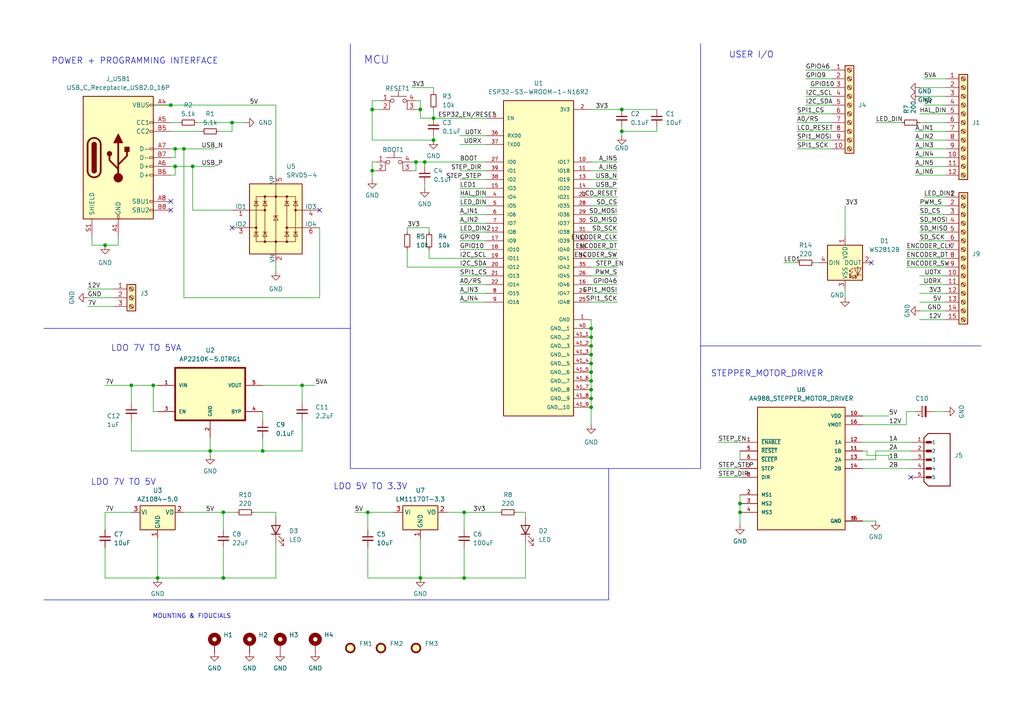
<source format=kicad_sch>
(kicad_sch (version 20231120) (generator "eeschema") (generator_version "8.0")
  (paper "A4")
  (title_block (title "LiquorBot") (company "IR"))
  (lib_symbols
    (symbol "A4988_STEPPER_MOTOR_DRIVER_CARRIER:A4988_STEPPER_MOTOR_DRIVER_CARRIER" (pin_names (offset 1.016))
      (property "Reference" "U" (at -12.7 19.05 0))
      (property "Value" "A4988_STEPPER_MOTOR_DRIVER_CARRIER" (at -12.7 -21.59 0))
      (symbol "A4988_STEPPER_MOTOR_DRIVER_CARRIER_0_0"
        (pin input line (at -17.78 7.62 0) (length 5.08) (name "~{ENABLE}") (number "1"))
        (pin power_in line (at 17.78 15.24 180) (length 5.08) (name "VDD") (number "10"))
        (pin output line (at 17.78 5.08 180) (length 5.08) (name "1B") (number "11"))
        (pin output line (at 17.78 7.62 180) (length 5.08) (name "1A") (number "12"))
        (pin output line (at 17.78 2.54 180) (length 5.08) (name "2A") (number "13"))
        (pin output line (at 17.78 0 180) (length 5.08) (name "2B") (number "14"))
        (pin power_in line (at 17.78 -15.24 180) (length 5.08) (name "GND") (number "15"))
        (pin power_in line (at 17.78 12.7 180) (length 5.08) (name "VMOT") (number "16"))
        (pin input line (at -17.78 -7.62 0) (length 5.08) (name "MS1") (number "2"))
        (pin input line (at -17.78 -10.16 0) (length 5.08) (name "MS2") (number "3"))
        (pin input line (at -17.78 -12.7 0) (length 5.08) (name "MS3") (number "4"))
        (pin input line (at -17.78 5.08 0) (length 5.08) (name "~{RESET}") (number "5"))
        (pin input line (at -17.78 2.54 0) (length 5.08) (name "~{SLEEP}") (number "6"))
        (pin input line (at -17.78 0 0) (length 5.08) (name "STEP") (number "7"))
        (pin input line (at -17.78 -2.54 0) (length 5.08) (name "DIR") (number "8"))
        (pin power_in line (at 17.78 -15.24 180) (length 5.08) (name "GND") (number "9"))
      )
    )
    (symbol "AP2210K-5.0TRG1:AP2210K-5.0TRG1" (pin_names (offset 1.016))
      (property "Reference" "U" (at -10.16 11.43 0))
      (property "Value" "AP2210K-5.0TRG1" (at -10.16 8.89 0))
      (symbol "AP2210K-5.0TRG1_0_0"
        (pin bidirectional line (at -15.24 2.54 0) (length 5.08) (name "VIN") (number "1"))
        (pin bidirectional line (at 0 -12.7 90) (length 5.08) (name "GND") (number "2"))
        (pin bidirectional line (at -15.24 -5.08 0) (length 5.08) (name "EN") (number "3"))
        (pin bidirectional line (at 15.24 -5.08 180) (length 5.08) (name "BYP") (number "4"))
        (pin bidirectional line (at 15.24 2.54 180) (length 5.08) (name "VOUT") (number "5"))
      )
    )
    (symbol "B5B-XH-A:B5B-XH-A" (pin_names (offset 1.016))
      (property "Reference" "J" (at -2.54 8.89 0))
      (property "Value" "B5B-XH-A" (at -2.54 -10.16 0))
      (symbol "B5B-XH-A_0_0"
        (pin passive line (at -7.62 5.08 0) (length 5.08) (name "1") (number "1"))
        (pin passive line (at -7.62 2.54 0) (length 5.08) (name "2") (number "2"))
        (pin passive line (at -7.62 0 0) (length 5.08) (name "3") (number "3"))
        (pin passive line (at -7.62 -2.54 0) (length 5.08) (name "4") (number "4"))
        (pin passive line (at -7.62 -5.08 0) (length 5.08) (name "5") (number "5"))
      )
    )
    (symbol "Connector:Screw_Terminal_01x03" (pin_names (offset 1.016) hide)
      (property "Reference" "J" (at 0 5.08 0))
      (property "Value" "Screw_Terminal_01x03" (at 0 -5.08 0))
      (symbol "Screw_Terminal_01x03_1_1"
        (pin passive line (at -5.08 2.54 0) (length 3.81) (name "Pin_1") (number "1"))
        (pin passive line (at -5.08 0 0) (length 3.81) (name "Pin_2") (number "2"))
        (pin passive line (at -5.08 -2.54 0) (length 3.81) (name "Pin_3") (number "3"))
      )
    )
    (symbol "Connector:Screw_Terminal_01x10" (pin_names (offset 1.016) hide)
      (property "Reference" "J" (at 0 12.7 0))
      (property "Value" "Screw_Terminal_01x10" (at 0 -15.24 0))
      (symbol "Screw_Terminal_01x10_1_1"
        (pin passive line (at -5.08 10.16 0) (length 3.81) (name "Pin_1") (number "1"))
        (pin passive line (at -5.08 -12.7 0) (length 3.81) (name "Pin_10") (number "10"))
        (pin passive line (at -5.08 7.62 0) (length 3.81) (name "Pin_2") (number "2"))
        (pin passive line (at -5.08 5.08 0) (length 3.81) (name "Pin_3") (number "3"))
        (pin passive line (at -5.08 2.54 0) (length 3.81) (name "Pin_4") (number "4"))
        (pin passive line (at -5.08 0 0) (length 3.81) (name "Pin_5") (number "5"))
        (pin passive line (at -5.08 -2.54 0) (length 3.81) (name "Pin_6") (number "6"))
        (pin passive line (at -5.08 -5.08 0) (length 3.81) (name "Pin_7") (number "7"))
        (pin passive line (at -5.08 -7.62 0) (length 3.81) (name "Pin_8") (number "8"))
        (pin passive line (at -5.08 -10.16 0) (length 3.81) (name "Pin_9") (number "9"))
      )
    )
    (symbol "Connector:Screw_Terminal_01x12" (pin_names (offset 1.016) hide)
      (property "Reference" "J" (at 0 15.24 0))
      (property "Value" "Screw_Terminal_01x12" (at 0 -17.78 0))
      (symbol "Screw_Terminal_01x12_1_1"
        (pin passive line (at -5.08 12.7 0) (length 3.81) (name "Pin_1") (number "1"))
        (pin passive line (at -5.08 -10.16 0) (length 3.81) (name "Pin_10") (number "10"))
        (pin passive line (at -5.08 -12.7 0) (length 3.81) (name "Pin_11") (number "11"))
        (pin passive line (at -5.08 -15.24 0) (length 3.81) (name "Pin_12") (number "12"))
        (pin passive line (at -5.08 10.16 0) (length 3.81) (name "Pin_2") (number "2"))
        (pin passive line (at -5.08 7.62 0) (length 3.81) (name "Pin_3") (number "3"))
        (pin passive line (at -5.08 5.08 0) (length 3.81) (name "Pin_4") (number "4"))
        (pin passive line (at -5.08 2.54 0) (length 3.81) (name "Pin_5") (number "5"))
        (pin passive line (at -5.08 0 0) (length 3.81) (name "Pin_6") (number "6"))
        (pin passive line (at -5.08 -2.54 0) (length 3.81) (name "Pin_7") (number "7"))
        (pin passive line (at -5.08 -5.08 0) (length 3.81) (name "Pin_8") (number "8"))
        (pin passive line (at -5.08 -7.62 0) (length 3.81) (name "Pin_9") (number "9"))
      )
    )
    (symbol "Connector:Screw_Terminal_01x15" (pin_names (offset 1.016) hide)
      (property "Reference" "J" (at 0 20.32 0))
      (property "Value" "Screw_Terminal_01x15" (at 0 -20.32 0))
      (symbol "Screw_Terminal_01x15_1_1"
        (pin passive line (at -5.08 17.78 0) (length 3.81) (name "Pin_1") (number "1"))
        (pin passive line (at -5.08 -5.08 0) (length 3.81) (name "Pin_10") (number "10"))
        (pin passive line (at -5.08 -7.62 0) (length 3.81) (name "Pin_11") (number "11"))
        (pin passive line (at -5.08 -10.16 0) (length 3.81) (name "Pin_12") (number "12"))
        (pin passive line (at -5.08 -12.7 0) (length 3.81) (name "Pin_13") (number "13"))
        (pin passive line (at -5.08 -15.24 0) (length 3.81) (name "Pin_14") (number "14"))
        (pin passive line (at -5.08 -17.78 0) (length 3.81) (name "Pin_15") (number "15"))
        (pin passive line (at -5.08 15.24 0) (length 3.81) (name "Pin_2") (number "2"))
        (pin passive line (at -5.08 12.7 0) (length 3.81) (name "Pin_3") (number "3"))
        (pin passive line (at -5.08 10.16 0) (length 3.81) (name "Pin_4") (number "4"))
        (pin passive line (at -5.08 7.62 0) (length 3.81) (name "Pin_5") (number "5"))
        (pin passive line (at -5.08 5.08 0) (length 3.81) (name "Pin_6") (number "6"))
        (pin passive line (at -5.08 2.54 0) (length 3.81) (name "Pin_7") (number "7"))
        (pin passive line (at -5.08 0 0) (length 3.81) (name "Pin_8") (number "8"))
        (pin passive line (at -5.08 -2.54 0) (length 3.81) (name "Pin_9") (number "9"))
      )
    )
    (symbol "Connector:USB_C_Receptacle_USB2.0_16P" (pin_names (offset 1.016))
      (property "Reference" "J" (at 0 22.225 0))
      (property "Value" "USB_C_Receptacle_USB2.0_16P" (at 0 19.685 0))
      (symbol "USB_C_Receptacle_USB2.0_16P_1_1"
        (pin passive line (at 0 -22.86 90) (length 5.08) (name "GND") (number "A1"))
        (pin passive line (at 0 -22.86 90) (length 5.08) hide (name "GND") (number "A12"))
        (pin passive line (at 15.24 15.24 180) (length 5.08) (name "VBUS") (number "A4"))
        (pin bidirectional line (at 15.24 10.16 180) (length 5.08) (name "CC1") (number "A5"))
        (pin bidirectional line (at 15.24 -2.54 180) (length 5.08) (name "D+") (number "A6"))
        (pin bidirectional line (at 15.24 2.54 180) (length 5.08) (name "D-") (number "A7"))
        (pin bidirectional line (at 15.24 -12.7 180) (length 5.08) (name "SBU1") (number "A8"))
        (pin passive line (at 15.24 15.24 180) (length 5.08) hide (name "VBUS") (number "A9"))
        (pin passive line (at 0 -22.86 90) (length 5.08) hide (name "GND") (number "B1"))
        (pin passive line (at 0 -22.86 90) (length 5.08) hide (name "GND") (number "B12"))
        (pin passive line (at 15.24 15.24 180) (length 5.08) hide (name "VBUS") (number "B4"))
        (pin bidirectional line (at 15.24 7.62 180) (length 5.08) (name "CC2") (number "B5"))
        (pin bidirectional line (at 15.24 -5.08 180) (length 5.08) (name "D+") (number "B6"))
        (pin bidirectional line (at 15.24 0 180) (length 5.08) (name "D-") (number "B7"))
        (pin bidirectional line (at 15.24 -15.24 180) (length 5.08) (name "SBU2") (number "B8"))
        (pin passive line (at 15.24 15.24 180) (length 5.08) hide (name "VBUS") (number "B9"))
        (pin passive line (at -7.62 -22.86 90) (length 5.08) (name "SHIELD") (number "S1"))
      )
    )
    (symbol "Device:C_Polarized_Small" (pin_numbers hide) (pin_names (offset 0.254) hide)
      (property "Reference" "C" (at 0.254 1.778 0))
      (property "Value" "C_Polarized_Small" (at 0.254 -2.032 0))
      (symbol "C_Polarized_Small_1_1"
        (pin passive line (at 0 2.54 270) (length 1.8542) (name "~") (number "1"))
        (pin passive line (at 0 -2.54 90) (length 1.8542) (name "~") (number "2"))
      )
    )
    (symbol "Device:C_Small" (pin_numbers hide) (pin_names (offset 0.254) hide)
      (property "Reference" "C" (at 0.254 1.778 0))
      (property "Value" "C_Small" (at 0.254 -2.032 0))
      (symbol "C_Small_1_1"
        (pin passive line (at 0 2.54 270) (length 2.032) (name "~") (number "1"))
        (pin passive line (at 0 -2.54 90) (length 2.032) (name "~") (number "2"))
      )
    )
    (symbol "Device:LED" (pin_numbers hide) (pin_names (offset 1.016) hide)
      (property "Reference" "D" (at 0 2.54 0))
      (property "Value" "LED" (at 0 -2.54 0))
      (symbol "LED_1_1"
        (pin passive line (at -3.81 0 0) (length 2.54) (name "K") (number "1"))
        (pin passive line (at 3.81 0 180) (length 2.54) (name "A") (number "2"))
      )
    )
    (symbol "Device:R_Small" (pin_numbers hide) (pin_names (offset 0.254) hide)
      (property "Reference" "R" (at 0.762 0.508 0))
      (property "Value" "R_Small" (at 0.762 -1.016 0))
      (symbol "R_Small_1_1"
        (pin passive line (at 0 2.54 270) (length 0.762) (name "~") (number "1"))
        (pin passive line (at 0 -2.54 90) (length 0.762) (name "~") (number "2"))
      )
    )
    (symbol "ESP32-S3-WROOM-1-N16R2:ESP32-S3-WROOM-1-N16R2" (pin_names (offset 1.016))
      (property "Reference" "U" (at -10.16 34.1122 0))
      (property "Value" "ESP32-S3-WROOM-1-N16R2" (at -10.16 -60.96 0))
      (symbol "ESP32-S3-WROOM-1-N16R2_0_0"
        (pin power_in line (at 15.24 -30.48 180) (length 5.08) (name "GND") (number "1"))
        (pin bidirectional line (at 15.24 15.24 180) (length 5.08) (name "IO17") (number "10"))
        (pin bidirectional line (at 15.24 12.7 180) (length 5.08) (name "IO18") (number "11"))
        (pin bidirectional line (at -15.24 -5.08 0) (length 5.08) (name "IO8") (number "12"))
        (pin bidirectional line (at 15.24 10.16 180) (length 5.08) (name "IO19") (number "13"))
        (pin bidirectional line (at 15.24 7.62 180) (length 5.08) (name "IO20") (number "14"))
        (pin bidirectional line (at -15.24 7.62 0) (length 5.08) (name "IO3") (number "15"))
        (pin bidirectional line (at 15.24 -20.32 180) (length 5.08) (name "IO46") (number "16"))
        (pin bidirectional line (at -15.24 -7.62 0) (length 5.08) (name "IO9") (number "17"))
        (pin bidirectional line (at -15.24 -10.16 0) (length 5.08) (name "IO10") (number "18"))
        (pin bidirectional line (at -15.24 -12.7 0) (length 5.08) (name "IO11") (number "19"))
        (pin power_in line (at 15.24 30.48 180) (length 5.08) (name "3V3") (number "2"))
        (pin bidirectional line (at -15.24 -15.24 0) (length 5.08) (name "IO12") (number "20"))
        (pin bidirectional line (at -15.24 -17.78 0) (length 5.08) (name "IO13") (number "21"))
        (pin bidirectional line (at -15.24 -20.32 0) (length 5.08) (name "IO14") (number "22"))
        (pin bidirectional line (at 15.24 5.08 180) (length 5.08) (name "IO21") (number "23"))
        (pin bidirectional line (at 15.24 -22.86 180) (length 5.08) (name "IO47") (number "24"))
        (pin bidirectional line (at 15.24 -25.4 180) (length 5.08) (name "IO48") (number "25"))
        (pin bidirectional line (at 15.24 -17.78 180) (length 5.08) (name "IO45") (number "26"))
        (pin bidirectional line (at -15.24 15.24 0) (length 5.08) (name "IO0") (number "27"))
        (pin bidirectional line (at 15.24 2.54 180) (length 5.08) (name "IO35") (number "28"))
        (pin bidirectional line (at 15.24 0 180) (length 5.08) (name "IO36") (number "29"))
        (pin input line (at -15.24 27.94 0) (length 5.08) (name "EN") (number "3"))
        (pin bidirectional line (at 15.24 -2.54 180) (length 5.08) (name "IO37") (number "30"))
        (pin bidirectional line (at 15.24 -5.08 180) (length 5.08) (name "IO38") (number "31"))
        (pin bidirectional line (at 15.24 -7.62 180) (length 5.08) (name "IO39") (number "32"))
        (pin bidirectional line (at 15.24 -10.16 180) (length 5.08) (name "IO40") (number "33"))
        (pin bidirectional line (at 15.24 -12.7 180) (length 5.08) (name "IO41") (number "34"))
        (pin bidirectional line (at 15.24 -15.24 180) (length 5.08) (name "IO42") (number "35"))
        (pin bidirectional line (at -15.24 22.86 0) (length 5.08) (name "RXD0") (number "36"))
        (pin bidirectional line (at -15.24 20.32 0) (length 5.08) (name "TXD0") (number "37"))
        (pin bidirectional line (at -15.24 10.16 0) (length 5.08) (name "IO2") (number "38"))
        (pin bidirectional line (at -15.24 12.7 0) (length 5.08) (name "IO1") (number "39"))
        (pin bidirectional line (at -15.24 5.08 0) (length 5.08) (name "IO4") (number "4"))
        (pin power_in line (at 15.24 -33.02 180) (length 5.08) (name "GND__1") (number "40"))
        (pin power_in line (at 15.24 -35.56 180) (length 5.08) (name "GND__2") (number "41_1"))
        (pin power_in line (at 15.24 -38.1 180) (length 5.08) (name "GND__3") (number "41_2"))
        (pin power_in line (at 15.24 -40.64 180) (length 5.08) (name "GND__4") (number "41_3"))
        (pin power_in line (at 15.24 -43.18 180) (length 5.08) (name "GND__5") (number "41_4"))
        (pin power_in line (at 15.24 -45.72 180) (length 5.08) (name "GND__6") (number "41_5"))
        (pin power_in line (at 15.24 -48.26 180) (length 5.08) (name "GND__7") (number "41_6"))
        (pin power_in line (at 15.24 -50.8 180) (length 5.08) (name "GND__8") (number "41_7"))
        (pin power_in line (at 15.24 -53.34 180) (length 5.08) (name "GND__9") (number "41_8"))
        (pin power_in line (at 15.24 -55.88 180) (length 5.08) (name "GND__10") (number "41_9"))
        (pin bidirectional line (at -15.24 2.54 0) (length 5.08) (name "IO5") (number "5"))
        (pin bidirectional line (at -15.24 0 0) (length 5.08) (name "IO6") (number "6"))
        (pin bidirectional line (at -15.24 -2.54 0) (length 5.08) (name "IO7") (number "7"))
        (pin bidirectional line (at -15.24 -22.86 0) (length 5.08) (name "IO15") (number "8"))
        (pin bidirectional line (at -15.24 -25.4 0) (length 5.08) (name "IO16") (number "9"))
      )
    )
    (symbol "LED:WS2812B" (pin_names (offset 0.254))
      (property "Reference" "D" (at 5.08 5.715 0))
      (property "Value" "WS2812B" (at 1.27 -5.715 0))
      (symbol "WS2812B_0_0"
        (text "RGB" (at 2.286 -4.191 0) (effects (font (size 0.762 0.762))))
      )
      (symbol "WS2812B_1_1"
        (pin power_in line (at 0 7.62 270) (length 2.54) (name "VDD") (number "1"))
        (pin output line (at 7.62 0 180) (length 2.54) (name "DOUT") (number "2"))
        (pin power_in line (at 0 -7.62 90) (length 2.54) (name "VSS") (number "3"))
        (pin input line (at -7.62 0 0) (length 2.54) (name "DIN") (number "4"))
      )
    )
    (symbol "Mechanical:Fiducial" (exclude_from_sim yes) (in_bom no)
      (property "Reference" "FID" (at 0 5.08 0))
      (property "Value" "Fiducial" (at 0 3.175 0))
    )
    (symbol "Mechanical:MountingHole_Pad" (pin_numbers hide) (pin_names (offset 1.016) hide) (exclude_from_sim yes) (in_bom no)
      (property "Reference" "H" (at 0 6.35 0))
      (property "Value" "MountingHole_Pad" (at 0 4.445 0))
      (symbol "MountingHole_Pad_1_1"
        (pin input line (at 0 -2.54 90) (length 2.54) (name "1") (number "1"))
      )
    )
    (symbol "Power_Protection:SRV05-4" (pin_names (offset 0))
      (property "Reference" "U" (at -5.08 11.43 0))
      (property "Value" "SRV05-4" (at 2.54 11.43 0))
      (symbol "SRV05-4_1_1"
        (pin passive line (at -12.7 2.54 0) (length 5.08) (name "IO1") (number "1"))
        (pin passive line (at 0 -12.7 90) (length 2.54) (name "VN") (number "2"))
        (pin passive line (at -12.7 -2.54 0) (length 5.08) (name "IO2") (number "3"))
        (pin passive line (at 12.7 2.54 180) (length 5.08) (name "IO3") (number "4"))
        (pin passive line (at 0 12.7 270) (length 2.54) (name "VP") (number "5"))
        (pin passive line (at 12.7 -2.54 180) (length 5.08) (name "IO4") (number "6"))
      )
    )
    (symbol "Regulator_Linear:AZ1084-5.0" (pin_names (offset 0.254))
      (property "Reference" "U" (at -3.81 3.175 0))
      (property "Value" "AZ1084-5.0" (at 0 3.175 0))
      (symbol "AZ1084-5.0_1_1"
        (pin power_in line (at 0 -7.62 90) (length 2.54) (name "GND") (number "1"))
        (pin power_out line (at 7.62 0 180) (length 2.54) (name "VO") (number "2"))
        (pin power_in line (at -7.62 0 0) (length 2.54) (name "VI") (number "3"))
      )
    )
    (symbol "Regulator_Linear:LM1117DT-3.3"
      (property "Reference" "U" (at -3.81 3.175 0))
      (property "Value" "LM1117DT-3.3" (at 0 3.175 0))
      (symbol "LM1117DT-3.3_1_1"
        (pin power_in line (at 0 -7.62 90) (length 2.54) (name "GND") (number "1"))
        (pin power_out line (at 7.62 0 180) (length 2.54) (name "VO") (number "2"))
        (pin power_in line (at -7.62 0 0) (length 2.54) (name "VI") (number "3"))
      )
    )
    (symbol "Switch:SW_MEC_5E" (pin_names (offset 1.016) hide)
      (property "Reference" "SW" (at 0.635 5.715 0))
      (property "Value" "SW_MEC_5E" (at 0 -3.175 0))
      (symbol "SW_MEC_5E_0_1"
        (pin passive line (at -5.08 2.54 0) (length 2.54) (name "1") (number "1"))
        (pin passive line (at -5.08 0 0) (length 2.54) (name "2") (number "2"))
        (pin passive line (at 5.08 0 180) (length 2.54) (name "K") (number "3"))
        (pin passive line (at 5.08 2.54 180) (length 2.54) (name "A") (number "4"))
      )
    )
    (symbol "power:GND" (power) (pin_numbers hide) (pin_names (offset 0) hide)
      (property "Value" "GND" (at 0 -3.81 0))
      (symbol "GND_1_1"
        (pin power_in line (at 0 0 270) (length 0) (name "~") (number "1"))
      )
    )
  )
  (junction (at 134.62 148.59))
  (junction (at 38.1 111.76))
  (junction (at 125.73 40.64))
  (junction (at 171.45 97.79))
  (junction (at 55.88 48.26))
  (junction (at 44.45 111.76))
  (junction (at 107.95 31.75))
  (junction (at 120.65 46.99))
  (junction (at 171.45 95.25))
  (junction (at 171.45 110.49))
  (junction (at 106.68 148.59))
  (junction (at 171.45 105.41))
  (junction (at 121.92 31.75))
  (junction (at 125.73 34.29))
  (junction (at 107.95 49.53))
  (junction (at 171.45 115.57))
  (junction (at 171.45 107.95))
  (junction (at 60.96 130.81))
  (junction (at 30.48 71.12))
  (junction (at 64.77 148.59))
  (junction (at 171.45 113.03))
  (junction (at 49.53 30.48))
  (junction (at 67.31 35.56))
  (junction (at 214.63 148.59))
  (junction (at 50.8 43.18))
  (junction (at 180.34 38.1))
  (junction (at 45.72 167.64))
  (junction (at 171.45 118.11))
  (junction (at 87.63 111.76))
  (junction (at 171.45 102.87))
  (junction (at 76.2 130.81))
  (junction (at 53.34 43.18))
  (junction (at 180.34 31.75))
  (junction (at 50.8 48.26))
  (junction (at 64.77 167.64))
  (junction (at 214.63 146.05))
  (junction (at 171.45 100.33))
  (junction (at 123.19 46.99))
  (junction (at 121.92 167.64))
  (junction (at 134.62 167.64))
  (no_connect (at 49.53 58.42))
  (no_connect (at 92.71 60.96))
  (no_connect (at 67.31 66.04))
  (no_connect (at 252.73 76.2))
  (no_connect (at 49.53 60.96))
  (no_connect (at 264.16 138.43))
  (wire (pts (xy 257.81 133.35) (xy 264.16 133.35)))
  (wire (pts (xy 251.46 130.81) (xy 251.46 132.08)))
  (wire (pts (xy 214.63 143.51) (xy 214.63 146.05)))
  (wire (pts (xy 67.31 38.1) (xy 63.5 38.1)))
  (wire (pts (xy 125.73 34.29) (xy 140.97 34.29)))
  (wire (pts (xy 266.7 67.31) (xy 274.32 67.31)))
  (wire (pts (xy 265.43 50.8) (xy 274.32 50.8)))
  (wire (pts (xy 140.97 57.15) (xy 133.35 57.15)))
  (wire (pts (xy 55.88 48.26) (xy 55.88 60.96)))
  (wire (pts (xy 38.1 111.76) (xy 44.45 111.76)))
  (wire (pts (xy 140.97 64.77) (xy 133.35 64.77)))
  (wire (pts (xy 44.45 111.76) (xy 44.45 119.38)))
  (wire (pts (xy 140.97 59.69) (xy 133.35 59.69)))
  (wire (pts (xy 231.14 35.56) (xy 241.3 35.56)))
  (wire (pts (xy 118.11 66.04) (xy 124.46 66.04)))
  (wire (pts (xy 140.97 52.07) (xy 133.35 52.07)))
  (wire (pts (xy 50.8 48.26) (xy 55.88 48.26)))
  (wire (pts (xy 121.92 31.75) (xy 121.92 34.29)))
  (wire (pts (xy 227.33 76.2) (xy 231.14 76.2)))
  (wire (pts (xy 265.43 48.26) (xy 274.32 48.26)))
  (wire (pts (xy 266.7 69.85) (xy 274.32 69.85)))
  (wire (pts (xy 123.19 46.99) (xy 123.19 48.26)))
  (wire (pts (xy 152.4 148.59) (xy 152.4 149.86)))
  (wire (pts (xy 231.14 38.1) (xy 241.3 38.1)))
  (wire (pts (xy 250.19 120.65) (xy 257.81 120.65)))
  (wire (pts (xy 87.63 111.76) (xy 91.44 111.76)))
  (wire (pts (xy 234.95 25.4) (xy 241.3 25.4)))
  (wire (pts (xy 274.32 90.17) (xy 266.7 90.17)))
  (wire (pts (xy 262.89 74.93) (xy 274.32 74.93)))
  (wire (pts (xy 50.8 45.72) (xy 50.8 43.18)))
  (wire (pts (xy 171.45 95.25) (xy 171.45 97.79)))
  (polyline (pts (xy 284.48 100.33) (xy 203.2 100.33)))
  (wire (pts (xy 44.45 119.38) (xy 45.72 119.38)))
  (wire (pts (xy 171.45 107.95) (xy 171.45 110.49)))
  (wire (pts (xy 64.77 158.75) (xy 64.77 167.64)))
  (wire (pts (xy 53.34 148.59) (xy 64.77 148.59)))
  (wire (pts (xy 53.34 43.18) (xy 62.23 43.18)))
  (wire (pts (xy 80.01 148.59) (xy 80.01 149.86)))
  (wire (pts (xy 38.1 111.76) (xy 38.1 116.84)))
  (wire (pts (xy 250.19 133.35) (xy 254 133.35)))
  (wire (pts (xy 106.68 148.59) (xy 106.68 153.67)))
  (wire (pts (xy 171.45 102.87) (xy 171.45 105.41)))
  (wire (pts (xy 26.67 68.58) (xy 26.67 71.12)))
  (wire (pts (xy 107.95 40.64) (xy 125.73 40.64)))
  (wire (pts (xy 140.97 80.01) (xy 133.35 80.01)))
  (wire (pts (xy 179.07 49.53) (xy 171.45 49.53)))
  (wire (pts (xy 49.53 45.72) (xy 50.8 45.72)))
  (wire (pts (xy 110.49 29.21) (xy 107.95 29.21)))
  (wire (pts (xy 109.22 46.99) (xy 107.95 46.99)))
  (wire (pts (xy 121.92 34.29) (xy 125.73 34.29)))
  (wire (pts (xy 266.7 59.69) (xy 274.32 59.69)))
  (wire (pts (xy 49.53 48.26) (xy 50.8 48.26)))
  (wire (pts (xy 171.45 87.63) (xy 179.07 87.63)))
  (wire (pts (xy 266.7 35.56) (xy 274.32 35.56)))
  (polyline (pts (xy 101.6 135.89) (xy 177.8 135.89)))
  (wire (pts (xy 254 35.56) (xy 261.62 35.56)))
  (wire (pts (xy 250.19 130.81) (xy 251.46 130.81)))
  (wire (pts (xy 76.2 119.38) (xy 76.2 121.92)))
  (wire (pts (xy 140.97 69.85) (xy 133.35 69.85)))
  (wire (pts (xy 53.34 43.18) (xy 53.34 86.36)))
  (wire (pts (xy 25.4 88.9) (xy 33.02 88.9)))
  (wire (pts (xy 140.97 39.37) (xy 133.35 39.37)))
  (wire (pts (xy 265.43 38.1) (xy 274.32 38.1)))
  (wire (pts (xy 236.22 76.2) (xy 237.49 76.2)))
  (wire (pts (xy 254 130.81) (xy 264.16 130.81)))
  (wire (pts (xy 233.68 20.32) (xy 241.3 20.32)))
  (wire (pts (xy 265.43 119.38) (xy 262.89 119.38)))
  (wire (pts (xy 274.32 85.09) (xy 266.7 85.09)))
  (wire (pts (xy 140.97 72.39) (xy 133.35 72.39)))
  (wire (pts (xy 118.11 67.31) (xy 118.11 66.04)))
  (wire (pts (xy 171.45 118.11) (xy 171.45 123.19)))
  (wire (pts (xy 124.46 66.04) (xy 124.46 67.31)))
  (wire (pts (xy 190.5 36.83) (xy 190.5 38.1)))
  (wire (pts (xy 262.89 72.39) (xy 274.32 72.39)))
  (wire (pts (xy 67.31 60.96) (xy 55.88 60.96)))
  (wire (pts (xy 140.97 54.61) (xy 133.35 54.61)))
  (wire (pts (xy 214.63 148.59) (xy 214.63 152.4)))
  (wire (pts (xy 49.53 43.18) (xy 50.8 43.18)))
  (wire (pts (xy 123.19 53.34) (xy 123.19 54.61)))
  (wire (pts (xy 129.54 148.59) (xy 134.62 148.59)))
  (wire (pts (xy 171.45 72.39) (xy 179.07 72.39)))
  (wire (pts (xy 125.73 26.67) (xy 125.73 25.4)))
  (wire (pts (xy 30.48 158.75) (xy 30.48 167.64)))
  (wire (pts (xy 80.01 30.48) (xy 80.01 50.8)))
  (wire (pts (xy 171.45 110.49) (xy 171.45 113.03)))
  (wire (pts (xy 171.45 52.07) (xy 179.07 52.07)))
  (wire (pts (xy 107.95 29.21) (xy 107.95 31.75)))
  (wire (pts (xy 257.81 132.08) (xy 257.81 133.35)))
  (wire (pts (xy 171.45 74.93) (xy 179.07 74.93)))
  (wire (pts (xy 120.65 29.21) (xy 121.92 29.21)))
  (wire (pts (xy 274.32 82.55) (xy 266.7 82.55)))
  (wire (pts (xy 67.31 35.56) (xy 71.12 35.56)))
  (wire (pts (xy 119.38 25.4) (xy 125.73 25.4)))
  (wire (pts (xy 38.1 130.81) (xy 60.96 130.81)))
  (wire (pts (xy 245.11 83.82) (xy 245.11 86.36)))
  (wire (pts (xy 92.71 86.36) (xy 92.71 66.04)))
  (wire (pts (xy 50.8 50.8) (xy 50.8 48.26)))
  (wire (pts (xy 251.46 132.08) (xy 257.81 132.08)))
  (wire (pts (xy 30.48 148.59) (xy 30.48 153.67)))
  (wire (pts (xy 274.32 92.71) (xy 266.7 92.71)))
  (polyline (pts (xy 177.8 135.89) (xy 203.2 135.89)))
  (polyline (pts (xy 176.53 135.89) (xy 176.53 173.99)))
  (wire (pts (xy 67.31 35.56) (xy 67.31 38.1)))
  (wire (pts (xy 45.72 167.64) (xy 64.77 167.64)))
  (wire (pts (xy 118.11 72.39) (xy 118.11 77.47)))
  (wire (pts (xy 171.45 105.41) (xy 171.45 107.95)))
  (wire (pts (xy 140.97 49.53) (xy 133.35 49.53)))
  (wire (pts (xy 266.7 64.77) (xy 274.32 64.77)))
  (wire (pts (xy 106.68 148.59) (xy 114.3 148.59)))
  (wire (pts (xy 267.97 30.48) (xy 274.32 30.48)))
  (wire (pts (xy 49.53 30.48) (xy 80.01 30.48)))
  (wire (pts (xy 49.53 35.56) (xy 52.07 35.56)))
  (wire (pts (xy 140.97 85.09) (xy 133.35 85.09)))
  (wire (pts (xy 134.62 148.59) (xy 144.78 148.59)))
  (wire (pts (xy 214.63 130.81) (xy 214.63 133.35)))
  (wire (pts (xy 171.45 100.33) (xy 171.45 102.87)))
  (wire (pts (xy 107.95 46.99) (xy 107.95 49.53)))
  (wire (pts (xy 171.45 77.47) (xy 179.07 77.47)))
  (wire (pts (xy 140.97 62.23) (xy 133.35 62.23)))
  (wire (pts (xy 50.8 43.18) (xy 53.34 43.18)))
  (wire (pts (xy 171.45 115.57) (xy 171.45 118.11)))
  (wire (pts (xy 171.45 59.69) (xy 179.07 59.69)))
  (wire (pts (xy 233.68 27.94) (xy 241.3 27.94)))
  (wire (pts (xy 87.63 121.92) (xy 87.63 130.81)))
  (wire (pts (xy 64.77 167.64) (xy 80.01 167.64)))
  (wire (pts (xy 171.45 97.79) (xy 171.45 100.33)))
  (wire (pts (xy 231.14 40.64) (xy 241.3 40.64)))
  (wire (pts (xy 171.45 62.23) (xy 179.07 62.23)))
  (wire (pts (xy 76.2 111.76) (xy 87.63 111.76)))
  (wire (pts (xy 107.95 49.53) (xy 107.95 52.07)))
  (wire (pts (xy 44.45 30.48) (xy 49.53 30.48)))
  (wire (pts (xy 44.45 111.76) (xy 45.72 111.76)))
  (wire (pts (xy 73.66 148.59) (xy 80.01 148.59)))
  (wire (pts (xy 30.48 148.59) (xy 38.1 148.59)))
  (wire (pts (xy 171.45 69.85) (xy 179.07 69.85)))
  (wire (pts (xy 265.43 45.72) (xy 274.32 45.72)))
  (wire (pts (xy 119.38 46.99) (xy 120.65 46.99)))
  (wire (pts (xy 26.67 71.12) (xy 30.48 71.12)))
  (wire (pts (xy 64.77 148.59) (xy 64.77 153.67)))
  (wire (pts (xy 55.88 48.26) (xy 62.23 48.26)))
  (polyline (pts (xy 203.2 100.33) (xy 203.2 12.7)))
  (wire (pts (xy 60.96 130.81) (xy 76.2 130.81)))
  (wire (pts (xy 34.29 71.12) (xy 30.48 71.12)))
  (wire (pts (xy 266.7 62.23) (xy 274.32 62.23)))
  (wire (pts (xy 60.96 130.81) (xy 60.96 132.08)))
  (wire (pts (xy 171.45 31.75) (xy 180.34 31.75)))
  (polyline (pts (xy 101.6 12.7) (xy 101.6 95.25)))
  (wire (pts (xy 25.4 86.36) (xy 33.02 86.36)))
  (polyline (pts (xy 12.7 95.25) (xy 101.6 95.25)))
  (wire (pts (xy 53.34 86.36) (xy 92.71 86.36)))
  (wire (pts (xy 125.73 39.37) (xy 125.73 40.64)))
  (wire (pts (xy 76.2 130.81) (xy 87.63 130.81)))
  (wire (pts (xy 107.95 31.75) (xy 107.95 40.64)))
  (wire (pts (xy 231.14 43.18) (xy 241.3 43.18)))
  (wire (pts (xy 124.46 74.93) (xy 140.97 74.93)))
  (wire (pts (xy 274.32 87.63) (xy 266.7 87.63)))
  (wire (pts (xy 121.92 156.21) (xy 121.92 167.64)))
  (wire (pts (xy 266.7 25.4) (xy 274.32 25.4)))
  (wire (pts (xy 179.07 46.99) (xy 171.45 46.99)))
  (wire (pts (xy 208.28 138.43) (xy 214.63 138.43)))
  (wire (pts (xy 34.29 68.58) (xy 34.29 71.12)))
  (wire (pts (xy 76.2 127) (xy 76.2 130.81)))
  (wire (pts (xy 38.1 121.92) (xy 38.1 130.81)))
  (wire (pts (xy 87.63 111.76) (xy 87.63 116.84)))
  (wire (pts (xy 180.34 36.83) (xy 180.34 38.1)))
  (wire (pts (xy 49.53 50.8) (xy 50.8 50.8)))
  (wire (pts (xy 208.28 128.27) (xy 214.63 128.27)))
  (wire (pts (xy 120.65 46.99) (xy 120.65 49.53)))
  (wire (pts (xy 250.19 123.19) (xy 262.89 123.19)))
  (wire (pts (xy 125.73 31.75) (xy 125.73 34.29)))
  (wire (pts (xy 265.43 40.64) (xy 274.32 40.64)))
  (polyline (pts (xy 101.6 95.25) (xy 101.6 135.89)))
  (polyline (pts (xy 12.7 173.99) (xy 176.53 173.99)))
  (wire (pts (xy 171.45 80.01) (xy 179.07 80.01)))
  (wire (pts (xy 171.45 54.61) (xy 179.07 54.61)))
  (wire (pts (xy 214.63 146.05) (xy 214.63 148.59)))
  (wire (pts (xy 231.14 33.02) (xy 241.3 33.02)))
  (wire (pts (xy 180.34 38.1) (xy 180.34 39.37)))
  (wire (pts (xy 262.89 119.38) (xy 262.89 123.19)))
  (wire (pts (xy 107.95 49.53) (xy 109.22 49.53)))
  (wire (pts (xy 64.77 148.59) (xy 68.58 148.59)))
  (wire (pts (xy 171.45 67.31) (xy 179.07 67.31)))
  (wire (pts (xy 266.7 27.94) (xy 274.32 27.94)))
  (wire (pts (xy 208.28 135.89) (xy 214.63 135.89)))
  (wire (pts (xy 140.97 67.31) (xy 133.35 67.31)))
  (wire (pts (xy 134.62 148.59) (xy 134.62 153.67)))
  (wire (pts (xy 254 133.35) (xy 254 130.81)))
  (wire (pts (xy 171.45 64.77) (xy 179.07 64.77)))
  (wire (pts (xy 106.68 167.64) (xy 121.92 167.64)))
  (wire (pts (xy 140.97 41.91) (xy 133.35 41.91)))
  (wire (pts (xy 270.51 119.38) (xy 274.32 119.38)))
  (wire (pts (xy 250.19 128.27) (xy 264.16 128.27)))
  (wire (pts (xy 152.4 167.64) (xy 152.4 157.48)))
  (wire (pts (xy 171.45 82.55) (xy 179.07 82.55)))
  (wire (pts (xy 80.01 78.74) (xy 80.01 76.2)))
  (wire (pts (xy 140.97 87.63) (xy 133.35 87.63)))
  (wire (pts (xy 171.45 57.15) (xy 179.07 57.15)))
  (wire (pts (xy 140.97 82.55) (xy 133.35 82.55)))
  (wire (pts (xy 190.5 38.1) (xy 180.34 38.1)))
  (wire (pts (xy 180.34 31.75) (xy 190.5 31.75)))
  (wire (pts (xy 123.19 46.99) (xy 140.97 46.99)))
  (wire (pts (xy 274.32 80.01) (xy 266.7 80.01)))
  (wire (pts (xy 120.65 49.53) (xy 119.38 49.53)))
  (wire (pts (xy 120.65 46.99) (xy 123.19 46.99)))
  (wire (pts (xy 265.43 43.18) (xy 274.32 43.18)))
  (wire (pts (xy 30.48 167.64) (xy 45.72 167.64)))
  (wire (pts (xy 171.45 92.71) (xy 171.45 95.25)))
  (wire (pts (xy 102.87 148.59) (xy 106.68 148.59)))
  (wire (pts (xy 171.45 113.03) (xy 171.45 115.57)))
  (wire (pts (xy 45.72 156.21) (xy 45.72 167.64)))
  (wire (pts (xy 233.68 30.48) (xy 241.3 30.48)))
  (wire (pts (xy 134.62 158.75) (xy 134.62 167.64)))
  (wire (pts (xy 25.4 83.82) (xy 33.02 83.82)))
  (wire (pts (xy 171.45 85.09) (xy 179.07 85.09)))
  (wire (pts (xy 250.19 151.13) (xy 254 151.13)))
  (wire (pts (xy 124.46 72.39) (xy 124.46 74.93)))
  (wire (pts (xy 121.92 29.21) (xy 121.92 31.75)))
  (wire (pts (xy 267.97 57.15) (xy 274.32 57.15)))
  (wire (pts (xy 57.15 35.56) (xy 67.31 35.56)))
  (wire (pts (xy 60.96 127) (xy 60.96 130.81)))
  (wire (pts (xy 262.89 77.47) (xy 274.32 77.47)))
  (wire (pts (xy 267.97 22.86) (xy 274.32 22.86)))
  (wire (pts (xy 107.95 31.75) (xy 110.49 31.75)))
  (wire (pts (xy 233.68 22.86) (xy 241.3 22.86)))
  (wire (pts (xy 106.68 158.75) (xy 106.68 167.64)))
  (polyline (pts (xy 203.2 135.89) (xy 203.2 100.33)))
  (wire (pts (xy 49.53 38.1) (xy 58.42 38.1)))
  (wire (pts (xy 245.11 59.69) (xy 245.11 68.58)))
  (wire (pts (xy 120.65 31.75) (xy 121.92 31.75)))
  (wire (pts (xy 250.19 135.89) (xy 264.16 135.89)))
  (wire (pts (xy 118.11 77.47) (xy 140.97 77.47)))
  (wire (pts (xy 266.7 33.02) (xy 274.32 33.02)))
  (wire (pts (xy 134.62 167.64) (xy 152.4 167.64)))
  (wire (pts (xy 149.86 148.59) (xy 152.4 148.59)))
  (wire (pts (xy 121.92 167.64) (xy 134.62 167.64)))
  (wire (pts (xy 30.48 111.76) (xy 38.1 111.76)))
  (wire (pts (xy 80.01 167.64) (xy 80.01 157.48)))
  (text "USER I/O" (at 217.932 16.002 0) (effects (font (size 1.778 1.778))))
  (text "STEPPER_MOTOR_DRIVER" (at 222.504 108.458 0) (effects (font (size 1.778 1.778))))
  (text "MCU" (at 109.22 17.526 0) (effects (font (size 2.286 2.286))))
  (text "LDO 7V TO 5V" (at 35.814 139.954 0) (effects (font (size 1.778 1.778))))
  (text "MOUNTING & FIDUCIALS" (at 55.626 178.816 0) (effects (font (size 1.27 1.27))))
  (text "LDO 5V TO 3.3V" (at 107.442 141.224 0) (effects (font (size 1.778 1.778))))
  (text "POWER + PROGRAMMING INTERFACE" (at 39.116 17.78 0) (effects (font (size 1.778 1.778))))
  (text "LDO 7V TO 5VA" (at 42.418 101.092 0) (effects (font (size 1.778 1.778))))
  (label "5V" (at 257.81 120.65 0))
  (label "USB_P" (at 58.42 48.26 0))
  (label "1A" (at 257.81 128.27 0))
  (label "A_IN2" (at 133.35 64.77 0))
  (label "ENCODER_DT" (at 179.07 72.39 180))
  (label "SD_MISO" (at 266.7 67.31 0))
  (label "GPIO9" (at 233.68 22.86 0))
  (label "LCD_RESET" (at 231.14 38.1 0))
  (label "SD_MOSI" (at 179.07 62.23 180))
  (label "A_IN6" (at 265.43 50.8 0))
  (label "GPIO10" (at 234.95 25.4 0))
  (label "GND" (at 273.05 90.17 180))
  (label "2B" (at 257.81 135.89 0))
  (label "SD_CS" (at 179.07 59.69 180))
  (label "A_IN4" (at 265.43 45.72 0))
  (label "ENCODER_CLK" (at 262.89 72.39 0))
  (label "I2C_SCL" (at 233.68 27.94 0))
  (label "STEP_DIR" (at 208.28 138.43 0))
  (label "3V3" (at 273.05 85.09 180))
  (label "SD_MISO" (at 179.07 64.77 180))
  (label "SPI1_SCK" (at 179.07 87.63 180))
  (label "PWM_S" (at 266.7 59.69 0))
  (label "3V3" (at 172.72 31.75 0))
  (label "5V" (at 59.69 148.59 0))
  (label "SPI1_MOSI" (at 231.14 40.64 0))
  (label "PWM_S" (at 179.07 80.01 180))
  (label "A_IN5" (at 179.07 46.99 180))
  (label "USB_P" (at 172.72 54.61 0))
  (label "ESP32_EN{slash}RESET" (at 127 34.29 0))
  (label "ENCODER_SW" (at 179.07 74.93 180))
  (label "3V3" (at 118.11 66.04 0))
  (label "7V" (at 30.48 111.76 0))
  (label "A_IN5" (at 265.43 48.26 0))
  (label "LED_DIN" (at 254 35.56 0))
  (label "5VA" (at 91.44 111.76 0))
  (label "A0{slash}RS" (at 231.14 35.56 0))
  (label "ENCODER_DT" (at 262.89 74.93 0))
  (label "1B" (at 257.81 133.35 0))
  (label "12V" (at 25.4 83.82 0))
  (label "I2C_SCL" (at 133.35 74.93 0))
  (label "SD_SCK" (at 179.07 67.31 180))
  (label "U0RX" (at 273.05 82.55 180))
  (label "3V3" (at 137.16 148.59 0))
  (label "USB_N" (at 172.72 52.07 0))
  (label "5V" (at 72.39 30.48 0))
  (label "A_IN6" (at 179.07 49.53 180))
  (label "A_IN2" (at 265.43 40.64 0))
  (label "12V" (at 273.05 92.71 180))
  (label "STEP_EN" (at 172.72 77.47 0))
  (label "GPIO10" (at 133.35 72.39 0))
  (label "USB_N" (at 58.42 43.18 0))
  (label "A_IN1" (at 265.43 38.1 0))
  (label "5V" (at 273.05 87.63 180))
  (label "I2C_SDA" (at 133.35 77.47 0))
  (label "LED_DIN2" (at 133.35 67.31 0))
  (label "U0RX" (at 139.7 41.91 180))
  (label "12V" (at 257.81 123.19 0))
  (label "A_IN3" (at 265.43 43.18 0))
  (label "SPI1_CS" (at 133.35 80.01 0))
  (label "SPI1_SCK" (at 231.14 43.18 0))
  (label "STEP_DIR" (at 139.7 49.53 180))
  (label "I2C_SDA" (at 233.68 30.48 0))
  (label "3V3" (at 119.38 25.4 0))
  (label "LED1" (at 133.35 54.61 0))
  (label "7V" (at 25.4 88.9 0))
  (label "SD_SCK" (at 266.7 69.85 0))
  (label "HAL_DIN" (at 133.35 57.15 0))
  (label "SPI1_CS" (at 231.14 33.02 0))
  (label "U0TX" (at 273.05 80.01 180))
  (label "A_IN3" (at 133.35 85.09 0))
  (label "A_IN1" (at 133.35 62.23 0))
  (label "LCD_RESET" (at 179.07 57.15 180))
  (label "GPIO46" (at 179.07 82.55 180))
  (label "7V" (at 30.48 148.59 0))
  (label "2A" (at 257.81 130.81 0))
  (label "SD_MOSI" (at 266.7 64.77 0))
  (label "A_IN4" (at 133.35 87.63 0))
  (label "BOOT" (at 133.35 46.99 0))
  (label "A0{slash}RS" (at 133.35 82.55 0))
  (label "U0TX" (at 139.7 39.37 180))
  (label "LED_DIN" (at 133.35 59.69 0))
  (label "STEP_STEP" (at 139.7 52.07 180))
  (label "ENCODER_CLK" (at 179.07 69.85 180))
  (label "STEP_STEP" (at 208.28 135.89 0))
  (label "GPIO46" (at 233.68 20.32 0))
  (label "LED_DIN2" (at 267.97 57.15 0))
  (label "5VA" (at 267.97 22.86 0))
  (label "5V" (at 102.87 148.59 0))
  (label "ENCODER_SW" (at 262.89 77.47 0))
  (label "SPI1_MOSI" (at 179.07 85.09 180))
  (label "LED1" (at 227.33 76.2 0))
  (label "GPIO9" (at 133.35 69.85 0))
  (label "HAL_DIN" (at 266.7 33.02 0))
  (label "5V" (at 267.97 30.48 0))
  (label "SD_CS" (at 266.7 62.23 0))
  (label "3V3" (at 245.11 59.69 0))
  (label "GND" (at 25.4 86.36 0))
  (label "STEP_EN" (at 208.28 128.27 0))
  (symbol (lib_id "Device:C_Small") (at 123.19 50.8 0) (unit 1)
    (property "Reference" "C4" (at 125.73 49.5362 0) (effects (justify left)))
    (property "Value" "0.1uF" (at 125.73 52.0762 0) (effects (justify left)))
    (property "Footprint" "Capacitor_SMD:C_0805_2012Metric" (effects (hide yes)))
    (property "Description" "Unpolarized capacitor, small symbol" (effects (hide yes)))
  )
  (symbol (lib_id "Device:R_Small") (at 125.73 29.21 180) (unit 1)
    (property "Reference" "R3" (at 128.27 27.9399 0) (effects (justify right)))
    (property "Value" "10k" (at 128.27 30.4799 0) (effects (justify right)))
    (property "Footprint" "Resistor_SMD:R_0805_2012Metric" (effects (hide yes)))
    (property "Description" "Resistor, small symbol" (effects (hide yes)))
  )
  (symbol (lib_id "Connector:Screw_Terminal_01x15") (at 279.4 74.93 0) (unit 1)
    (property "Reference" "J9" (at 281.94 73.6599 0) (effects (justify left)))
    (property "Value" "Screw_Terminal_01x15" (effects (hide yes)))
    (property "Footprint" "molex15:393570015" (effects (hide yes)))
    (property "Description" "Generic screw terminal, single row, 01x15, script generated (kicad-library-utils/schlib/autogen/connector/)" (effects (hide yes)))
  )
  (symbol (lib_id "Mechanical:Fiducial") (at 120.65 187.96 0) (unit 1) (exclude_from_sim yes) (in_bom no)
    (property "Reference" "FM3" (at 123.19 186.6899 0) (effects (justify left)))
    (property "Value" "Fiducial" (effects (hide yes)))
    (property "Footprint" "Fiducial:Fiducial_1mm_Mask2mm" (effects (hide yes)))
    (property "Description" "Fiducial Marker" (effects (hide yes)))
  )
  (symbol (lib_id "power:GND") (at 266.7 25.4 270) (mirror x) (unit 1)
    (property "Reference" "#PWR015" (effects (hide yes)))
    (property "Value" "GND" (at 268.224 26.416 90))
    (property "Description" "Power symbol creates a global label with name \"GND\" , ground" (effects (hide yes)))
  )
  (symbol (lib_id "Device:C_Small") (at 76.2 124.46 0) (unit 1)
    (property "Reference" "C9" (at 80.01 123.1962 0) (effects (justify left)))
    (property "Value" "0.1uF" (at 80.01 125.7362 0) (effects (justify left)))
    (property "Footprint" "Capacitor_SMD:C_0805_2012Metric" (effects (hide yes)))
    (property "Description" "Unpolarized capacitor, small symbol" (effects (hide yes)))
  )
  (symbol (lib_id "LED:WS2812B") (at 245.11 76.2 0) (unit 1)
    (property "Reference" "D1" (at 256.54 69.8814 0))
    (property "Value" "WS2812B" (at 256.54 72.4214 0))
    (property "Footprint" "LED_SMD:LED_WS2812B_PLCC4_5.0x5.0mm_P3.2mm" (effects (hide yes)))
    (property "Datasheet" "https://cdn-shop.adafruit.com/datasheets/WS2812B.pdf" (effects (hide yes)))
    (property "Description" "RGB LED with integrated controller" (effects (hide yes)))
  )
  (symbol (lib_id "Mechanical:Fiducial") (at 101.6 187.96 0) (unit 1) (exclude_from_sim yes) (in_bom no)
    (property "Reference" "FM1" (at 104.14 186.6899 0) (effects (justify left)))
    (property "Value" "Fiducial" (effects (hide yes)))
    (property "Footprint" "Fiducial:Fiducial_1mm_Mask2mm" (effects (hide yes)))
    (property "Description" "Fiducial Marker" (effects (hide yes)))
  )
  (symbol (lib_id "Device:C_Small") (at 106.68 156.21 0) (unit 1)
    (property "Reference" "C5" (at 109.22 154.9462 0) (effects (justify left)))
    (property "Value" "10uF" (at 109.22 157.4862 0) (effects (justify left)))
    (property "Footprint" "Capacitor_SMD:C_0805_2012Metric" (effects (hide yes)))
    (property "Description" "Unpolarized capacitor, small symbol" (effects (hide yes)))
  )
  (symbol (lib_id "power:GND") (at 45.72 167.64 0) (unit 1)
    (property "Reference" "#PWR014" (effects (hide yes)))
    (property "Value" "GND" (at 45.72 172.212 0))
    (property "Description" "Power symbol creates a global label with name \"GND\" , ground" (effects (hide yes)))
  )
  (symbol (lib_id "power:GND") (at 121.92 167.64 0) (unit 1)
    (property "Reference" "#PWR09" (effects (hide yes)))
    (property "Value" "GND" (at 121.92 172.212 0))
    (property "Description" "Power symbol creates a global label with name \"GND\" , ground" (effects (hide yes)))
  )
  (symbol (lib_id "power:GND") (at 71.12 35.56 90) (unit 1)
    (property "Reference" "#PWR01" (effects (hide yes)))
    (property "Value" "GND" (at 74.93 35.5599 90) (effects (justify right)))
    (property "Description" "Power symbol creates a global label with name \"GND\" , ground" (effects (hide yes)))
  )
  (symbol (lib_id "power:GND") (at 171.45 123.19 0) (unit 1)
    (property "Reference" "#PWR06" (effects (hide yes)))
    (property "Value" "GND" (at 171.45 128.27 0))
    (property "Description" "Power symbol creates a global label with name \"GND\" , ground" (effects (hide yes)))
  )
  (symbol (lib_id "Device:R_Small") (at 118.11 69.85 180) (unit 1)
    (property "Reference" "R5" (at 120.65 68.5799 0) (effects (justify right)))
    (property "Value" "10k" (at 120.65 71.1199 0) (effects (justify right)))
    (property "Footprint" "Resistor_SMD:R_0805_2012Metric" (effects (hide yes)))
    (property "Description" "Resistor, small symbol" (effects (hide yes)))
  )
  (symbol (lib_id "power:GND") (at 107.95 52.07 0) (unit 1)
    (property "Reference" "#PWR010" (effects (hide yes)))
    (property "Value" "GND" (at 107.95 56.642 0))
    (property "Description" "Power symbol creates a global label with name \"GND\" , ground" (effects (hide yes)))
  )
  (symbol (lib_id "Mechanical:MountingHole_Pad") (at 72.39 186.69 0) (unit 1) (exclude_from_sim yes) (in_bom no)
    (property "Reference" "H2" (at 74.93 184.1499 0) (effects (justify left)))
    (property "Value" "MountingHole_Pad" (effects (hide yes)))
    (property "Footprint" "MountingHole:MountingHole_3.2mm_M3_Pad_Via" (effects (hide yes)))
    (property "Description" "Mounting Hole with connection" (effects (hide yes)))
  )
  (symbol (lib_id "A4988_STEPPER_MOTOR_DRIVER_CARRIER:A4988_STEPPER_MOTOR_DRIVER_CARRIER") (at 232.41 135.89 0) (unit 1)
    (property "Reference" "U6" (at 232.41 113.03 0))
    (property "Value" "A4988_STEPPER_MOTOR_DRIVER" (at 232.41 115.57 0))
    (property "Footprint" "A4988:MODULE_A4988_STEPPER_MOTOR_DRIVER_CARRIER" (effects (hide yes)))
    (property "MF" "Pololu" (effects (hide yes)))
    (property "DESCRIPTION" "Stepper motor controler; IC: A4988; 1A; Uin mot: 8÷35V" (effects (hide yes)))
    (property "PACKAGE" "None" (effects (hide yes)))
    (property "PRICE" "None" (effects (hide yes)))
    (property "Package" "None" (effects (hide yes)))
    (property "Check_prices" "https://www.snapeda.com/parts/A4988%20STEPPER%20MOTOR%20DRIVER%20CARRIER/Pololu/view-part/?ref=eda" (effects (hide yes)))
    (property "Price" "None" (effects (hide yes)))
    (property "SnapEDA_Link" "https://www.snapeda.com/parts/A4988%20STEPPER%20MOTOR%20DRIVER%20CARRIER/Pololu/view-part/?ref=snap" (effects (hide yes)))
    (property "MP" "A4988 STEPPER MOTOR DRIVER CARRIER" (effects (hide yes)))
    (property "Availability" "Not in stock" (effects (hide yes)))
    (property "AVAILABILITY" "Unavailable" (effects (hide yes)))
    (property "Description_1" "\n                        \n                            Stepper Motor Driver\n                        \n" (effects (hide yes)))
  )
  (symbol (lib_id "power:GND") (at 72.39 189.23 0) (unit 1)
    (property "Reference" "#PWR020" (effects (hide yes)))
    (property "Value" "GND" (at 72.39 193.802 0))
    (property "Description" "Power symbol creates a global label with name \"GND\" , ground" (effects (hide yes)))
  )
  (symbol (lib_id "power:GND") (at 125.73 40.64 0) (unit 1)
    (property "Reference" "#PWR05" (effects (hide yes)))
    (property "Value" "GND" (at 125.73 45.212 0))
    (property "Description" "Power symbol creates a global label with name \"GND\" , ground" (effects (hide yes)))
  )
  (symbol (lib_id "Device:C_Small") (at 125.73 36.83 0) (unit 1)
    (property "Reference" "C3" (at 128.27 35.5662 0) (effects (justify left)))
    (property "Value" "0.1uF" (at 128.27 38.1062 0) (effects (justify left)))
    (property "Footprint" "Capacitor_SMD:C_0805_2012Metric" (effects (hide yes)))
    (property "Description" "Unpolarized capacitor, small symbol" (effects (hide yes)))
  )
  (symbol (lib_id "power:GND") (at 266.7 90.17 270) (unit 1)
    (property "Reference" "#PWR019" (effects (hide yes)))
    (property "Value" "GND" (at 263.144 90.17 0))
    (property "Description" "Power symbol creates a global label with name \"GND\" , ground" (effects (hide yes)))
  )
  (symbol (lib_id "Connector:Screw_Terminal_01x12") (at 279.4 35.56 0) (unit 1)
    (property "Reference" "J1" (at 281.94 35.5599 0) (effects (justify left)))
    (property "Value" "Screw_Terminal_01x12" (effects (hide yes)))
    (property "Footprint" "molex12:393570012" (effects (hide yes)))
    (property "Description" "Generic screw terminal, single row, 01x12, script generated (kicad-library-utils/schlib/autogen/connector/)" (effects (hide yes)))
  )
  (symbol (lib_id "power:GND") (at 30.48 71.12 0) (unit 1)
    (property "Reference" "#PWR02" (effects (hide yes)))
    (property "Value" "GND" (at 30.48 76.2 0))
    (property "Description" "Power symbol creates a global label with name \"GND\" , ground" (effects (hide yes)))
  )
  (symbol (lib_id "Mechanical:MountingHole_Pad") (at 91.44 186.69 0) (unit 1) (exclude_from_sim yes) (in_bom no)
    (property "Reference" "H4" (at 93.98 184.1499 0) (effects (justify left)))
    (property "Value" "MountingHole_Pad" (effects (hide yes)))
    (property "Footprint" "MountingHole:MountingHole_3.2mm_M3_Pad_Via" (effects (hide yes)))
    (property "Description" "Mounting Hole with connection" (effects (hide yes)))
  )
  (symbol (lib_id "Regulator_Linear:AZ1084-5.0") (at 45.72 148.59 0) (unit 1)
    (property "Reference" "U3" (at 45.72 142.24 0))
    (property "Value" "AZ1084-5.0" (at 45.72 144.78 0))
    (property "Footprint" "AZ108:DPAK457P1010X238-3N" (effects (hide yes)))
    (property "Datasheet" "https://www.diodes.com/assets/Datasheets/AZ1084.pdf" (effects (hide yes)))
    (property "Description" "5A 12V Fixed LDO Linear Regulator, 1.5V, TO-220/TO-252/TO-263" (effects (hide yes)))
  )
  (symbol (lib_id "Switch:SW_MEC_5E") (at 115.57 31.75 0) (unit 1)
    (property "Reference" "RESET1" (at 115.316 25.654 0))
    (property "Value" "SW_MEC_5E" (effects (hide yes)))
    (property "Footprint" "switch:SW_PTS_647_SN50_SMTR2_LFS" (effects (hide yes)))
    (property "Datasheet" "http://www.apem.com/int/index.php?controller=attachment&id_attachment=1371" (effects (hide yes)))
    (property "Description" "MEC 5E single pole normally-open tactile switch" (effects (hide yes)))
  )
  (symbol (lib_id "Switch:SW_MEC_5E") (at 114.3 49.53 0) (unit 1)
    (property "Reference" "BOOT1" (at 114.046 43.434 0))
    (property "Value" "SW_MEC_5E" (effects (hide yes)))
    (property "Footprint" "switch:SW_PTS_647_SN50_SMTR2_LFS" (effects (hide yes)))
    (property "Datasheet" "http://www.apem.com/int/index.php?controller=attachment&id_attachment=1371" (effects (hide yes)))
    (property "Description" "MEC 5E single pole normally-open tactile switch" (effects (hide yes)))
  )
  (symbol (lib_id "power:GND") (at 274.32 119.38 90) (unit 1)
    (property "Reference" "#PWR016" (effects (hide yes)))
    (property "Value" "GND" (at 278.892 119.38 0))
    (property "Description" "Power symbol creates a global label with name \"GND\" , ground" (effects (hide yes)))
  )
  (symbol (lib_id "power:GND") (at 180.34 39.37 0) (unit 1)
    (property "Reference" "#PWR04" (effects (hide yes)))
    (property "Value" "GND" (at 180.34 42.926 0))
    (property "Description" "Power symbol creates a global label with name \"GND\" , ground" (effects (hide yes)))
  )
  (symbol (lib_id "Device:R_Small") (at 71.12 148.59 90) (unit 1)
    (property "Reference" "R10" (at 71.12 143.51 90))
    (property "Value" "220" (at 71.12 146.05 90))
    (property "Footprint" "Resistor_SMD:R_0805_2012Metric" (effects (hide yes)))
    (property "Description" "Resistor, small symbol" (effects (hide yes)))
  )
  (symbol (lib_id "Device:C_Small") (at 134.62 156.21 0) (unit 1)
    (property "Reference" "C6" (at 137.16 154.9462 0) (effects (justify left)))
    (property "Value" "100uF" (at 137.16 157.4862 0) (effects (justify left)))
    (property "Footprint" "Capacitor_SMD:C_0805_2012Metric" (effects (hide yes)))
    (property "Description" "Unpolarized capacitor, small symbol" (effects (hide yes)))
  )
  (symbol (lib_id "Device:C_Small") (at 64.77 156.21 0) (unit 1)
    (property "Reference" "C8" (at 67.31 154.9462 0) (effects (justify left)))
    (property "Value" "22uF" (at 67.31 157.4862 0) (effects (justify left)))
    (property "Footprint" "Capacitor_SMD:C_0805_2012Metric" (effects (hide yes)))
    (property "Description" "Unpolarized capacitor, small symbol" (effects (hide yes)))
  )
  (symbol (lib_id "Power_Protection:SRV05-4") (at 80.01 63.5 0) (unit 1)
    (property "Reference" "U5" (at 83.0265 48.26 0) (effects (justify left)))
    (property "Value" "SRV05-4" (at 83.0265 50.8 0) (effects (justify left)))
    (property "Footprint" "Package_TO_SOT_SMD:SOT-23-6" (effects (hide yes)))
    (property "Datasheet" "http://www.onsemi.com/pub/Collateral/SRV05-4-D.PDF" (effects (hide yes)))
    (property "Description" "ESD Protection Diodes with Low Clamping Voltage, SOT-23-6" (effects (hide yes)))
  )
  (symbol (lib_id "power:GND") (at 214.63 152.4 0) (unit 1)
    (property "Reference" "#PWR012" (effects (hide yes)))
    (property "Value" "GND" (at 214.63 156.972 0))
    (property "Description" "Power symbol creates a global label with name \"GND\" , ground" (effects (hide yes)))
  )
  (symbol (lib_id "Connector:Screw_Terminal_01x03") (at 38.1 86.36 0) (unit 1)
    (property "Reference" "J3" (at 40.64 85.0899 0) (effects (justify left)))
    (property "Value" "Screw_Terminal_01x03" (effects (hide yes)))
    (property "Footprint" "TerminalBlock_Phoenix:TerminalBlock_Phoenix_MKDS-1,5-3_1x03_P5.00mm_Horizontal" (effects (hide yes)))
    (property "Description" "Generic screw terminal, single row, 01x03, script generated (kicad-library-utils/schlib/autogen/connector/)" (effects (hide yes)))
  )
  (symbol (lib_id "power:GND") (at 62.23 189.23 0) (unit 1)
    (property "Reference" "#PWR017" (effects (hide yes)))
    (property "Value" "GND" (at 62.23 193.802 0))
    (property "Description" "Power symbol creates a global label with name \"GND\" , ground" (effects (hide yes)))
  )
  (symbol (lib_id "Device:LED") (at 80.01 153.67 90) (unit 1)
    (property "Reference" "D3" (at 83.82 153.9874 90) (effects (justify right)))
    (property "Value" "LED" (at 83.82 156.5274 90) (effects (justify right)))
    (property "Footprint" "LED_SMD:LED_0805_2012Metric" (effects (hide yes)))
    (property "Description" "Light emitting diode" (effects (hide yes)))
  )
  (symbol (lib_id "Device:C_Small") (at 38.1 119.38 0) (unit 1)
    (property "Reference" "C12" (at 30.988 120.65 0) (effects (justify left)))
    (property "Value" "1uF" (at 30.988 123.19 0) (effects (justify left)))
    (property "Footprint" "Capacitor_SMD:C_0805_2012Metric" (effects (hide yes)))
    (property "Description" "Unpolarized capacitor, small symbol" (effects (hide yes)))
  )
  (symbol (lib_id "power:GND") (at 81.28 189.23 0) (unit 1)
    (property "Reference" "#PWR021" (effects (hide yes)))
    (property "Value" "GND" (at 81.28 193.802 0))
    (property "Description" "Power symbol creates a global label with name \"GND\" , ground" (effects (hide yes)))
  )
  (symbol (lib_id "Connector:Screw_Terminal_01x10") (at 246.38 30.48 0) (unit 1)
    (property "Reference" "J4" (at 248.92 30.4799 0) (effects (justify left)))
    (property "Value" "Screw_Terminal_01x10" (effects (hide yes)))
    (property "Footprint" "molex10:393570010" (effects (hide yes)))
    (property "Description" "Generic screw terminal, single row, 01x10, script generated (kicad-library-utils/schlib/autogen/connector/)" (effects (hide yes)))
  )
  (symbol (lib_id "Device:R_Small") (at 54.61 35.56 90) (unit 1)
    (property "Reference" "R2" (at 54.61 30.48 90))
    (property "Value" "5.1k" (at 54.61 33.02 90))
    (property "Footprint" "Resistor_SMD:R_0805_2012Metric" (effects (hide yes)))
    (property "Description" "Resistor, small symbol" (effects (hide yes)))
  )
  (symbol (lib_id "Device:C_Small") (at 190.5 34.29 0) (unit 1)
    (property "Reference" "C1" (at 193.04 33.0262 0) (effects (justify left)))
    (property "Value" "10uF" (at 193.04 35.5662 0) (effects (justify left)))
    (property "Footprint" "Capacitor_SMD:C_0805_2012Metric" (effects (hide yes)))
    (property "Description" "Unpolarized capacitor, small symbol" (effects (hide yes)))
  )
  (symbol (lib_id "Mechanical:Fiducial") (at 110.49 187.96 0) (unit 1) (exclude_from_sim yes) (in_bom no)
    (property "Reference" "FM2" (at 113.03 186.6899 0) (effects (justify left)))
    (property "Value" "Fiducial" (effects (hide yes)))
    (property "Footprint" "Fiducial:Fiducial_1mm_Mask2mm" (effects (hide yes)))
    (property "Description" "Fiducial Marker" (effects (hide yes)))
  )
  (symbol (lib_id "Device:C_Small") (at 87.63 119.38 0) (unit 1)
    (property "Reference" "C11" (at 91.44 118.1162 0) (effects (justify left)))
    (property "Value" "2.2uF" (at 91.44 120.6562 0) (effects (justify left)))
    (property "Footprint" "Capacitor_SMD:C_0805_2012Metric" (effects (hide yes)))
    (property "Description" "Unpolarized capacitor, small symbol" (effects (hide yes)))
  )
  (symbol (lib_id "power:GND") (at 266.7 27.94 270) (mirror x) (unit 1)
    (property "Reference" "#PWR022" (effects (hide yes)))
    (property "Value" "GND" (at 268.224 28.956 90))
    (property "Description" "Power symbol creates a global label with name \"GND\" , ground" (effects (hide yes)))
  )
  (symbol (lib_id "power:GND") (at 245.11 86.36 0) (unit 1)
    (property "Reference" "#PWR08" (effects (hide yes)))
    (property "Value" "GND" (at 242.824 85.598 0))
    (property "Description" "Power symbol creates a global label with name \"GND\" , ground" (effects (hide yes)))
  )
  (symbol (lib_id "Mechanical:MountingHole_Pad") (at 62.23 186.69 0) (unit 1) (exclude_from_sim yes) (in_bom no)
    (property "Reference" "H1" (at 64.77 184.1499 0) (effects (justify left)))
    (property "Value" "MountingHole_Pad" (effects (hide yes)))
    (property "Footprint" "MountingHole:MountingHole_3.2mm_M3_Pad_Via" (effects (hide yes)))
    (property "Description" "Mounting Hole with connection" (effects (hide yes)))
  )
  (symbol (lib_id "Device:C_Small") (at 30.48 156.21 0) (unit 1)
    (property "Reference" "C7" (at 33.02 154.9462 0) (effects (justify left)))
    (property "Value" "10uF" (at 33.02 157.4862 0) (effects (justify left)))
    (property "Footprint" "Capacitor_SMD:C_0805_2012Metric" (effects (hide yes)))
    (property "Description" "Unpolarized capacitor, small symbol" (effects (hide yes)))
  )
  (symbol (lib_id "power:GND") (at 80.01 78.74 0) (unit 1)
    (property "Reference" "#PWR03" (effects (hide yes)))
    (property "Value" "GND" (at 80.01 83.82 0))
    (property "Description" "Power symbol creates a global label with name \"GND\" , ground" (effects (hide yes)))
  )
  (symbol (lib_id "power:GND") (at 91.44 189.23 0) (unit 1)
    (property "Reference" "#PWR023" (effects (hide yes)))
    (property "Value" "GND" (at 91.44 193.802 0))
    (property "Description" "Power symbol creates a global label with name \"GND\" , ground" (effects (hide yes)))
  )
  (symbol (lib_id "Connector:USB_C_Receptacle_USB2.0_16P") (at 34.29 45.72 0) (unit 1)
    (property "Reference" "J_USB1" (at 34.29 22.86 0))
    (property "Value" "USB_C_Receptacle_USB2.0_16P" (at 34.29 25.4 0))
    (property "Footprint" "USB_C:GCT_USB4085-GF-A_REVB" (effects (hide yes)))
    (property "Datasheet" "https://www.usb.org/sites/default/files/documents/usb_type-c.zip" (effects (hide yes)))
    (property "Description" "USB 2.0-only 16P Type-C Receptacle connector" (effects (hide yes)))
  )
  (symbol (lib_id "Device:C_Polarized_Small") (at 267.97 119.38 90) (unit 1)
    (property "Reference" "C10" (at 267.4239 115.57 90))
    (property "Value" "100u" (effects (hide yes)))
    (property "Footprint" "Polar_Cap35:CAP_EEE1VA101XP" (effects (hide yes)))
    (property "Description" "Polarized capacitor, small symbol" (effects (hide yes)))
  )
  (symbol (lib_id "Device:R_Small") (at 60.96 38.1 90) (unit 1)
    (property "Reference" "R1" (at 60.96 33.02 90))
    (property "Value" "5.1k" (at 60.96 35.56 90))
    (property "Footprint" "Resistor_SMD:R_0805_2012Metric" (effects (hide yes)))
    (property "Description" "Resistor, small symbol" (effects (hide yes)))
  )
  (symbol (lib_id "AP2210K-5.0TRG1:AP2210K-5.0TRG1") (at 60.96 114.3 0) (unit 1)
    (property "Reference" "U2" (at 60.96 101.6 0))
    (property "Value" "AP2210K-5.0TRG1" (at 60.96 104.14 0))
    (property "Footprint" "AP2210:SOT-23-5_RAW" (effects (hide yes)))
    (property "MF" "Diodes Inc." (effects (hide yes)))
    (property "Description_1" "\n                        \n                            Linear Voltage Regulator IC Positive Fixed 1 Output  300mA SOT-23-5\n                        \n" (effects (hide yes)))
    (property "Package" "SOT-23-5 Diodes Inc." (effects (hide yes)))
    (property "Price" "None" (effects (hide yes)))
    (property "SnapEDA_Link" "https://www.snapeda.com/parts/AP2210K-5.0TRG1/Diodes+Inc./view-part/?ref=snap" (effects (hide yes)))
    (property "MP" "AP2210K-5.0TRG1" (effects (hide yes)))
    (property "Availability" "In Stock" (effects (hide yes)))
    (property "Check_prices" "https://www.snapeda.com/parts/AP2210K-5.0TRG1/Diodes+Inc./view-part/?ref=eda" (effects (hide yes)))
  )
  (symbol (lib_id "B5B-XH-A:B5B-XH-A") (at 271.78 133.35 0) (unit 1)
    (property "Reference" "J5" (at 276.86 132.0799 0) (effects (justify left)))
    (property "Value" "B5B-XH-A" (effects (hide yes)))
    (property "Footprint" "jst:JST_B5B-XH-A" (effects (hide yes)))
    (property "PARTREV" "7/4/21" (effects (hide yes)))
    (property "STANDARD" "Manufacturer Recommendations" (effects (hide yes)))
    (property "MAXIMUM_PACKAGE_HEIGHT" "7.00 mm" (effects (hide yes)))
    (property "MANUFACTURER" "JST" (effects (hide yes)))
  )
  (symbol (lib_id "Device:C_Small") (at 180.34 34.29 0) (unit 1)
    (property "Reference" "C2" (at 182.88 33.0262 0) (effects (justify left)))
    (property "Value" "0.1uF" (at 182.88 35.5662 0) (effects (justify left)))
    (property "Footprint" "Capacitor_SMD:C_0805_2012Metric" (effects (hide yes)))
    (property "Description" "Unpolarized capacitor, small symbol" (effects (hide yes)))
  )
  (symbol (lib_id "ESP32-S3-WROOM-1-N16R2:ESP32-S3-WROOM-1-N16R2") (at 156.21 62.23 0) (unit 1)
    (property "Reference" "U1" (at 156.21 24.13 0))
    (property "Value" "ESP32-S3-WROOM-1-N16R2" (at 156.21 26.67 0))
    (property "Footprint" "esp2:XCVR_ESP32-S3-WROOM-1U-N16" (effects (hide yes)))
    (property "PARTREV" "v1.0" (effects (hide yes)))
    (property "MANUFACTURER" "Espressif" (effects (hide yes)))
    (property "MAXIMUM_PACKAGE_HEIGHT" "3.25mm" (effects (hide yes)))
    (property "STANDARD" "Manufacturer Recommendations" (effects (hide yes)))
  )
  (symbol (lib_id "Mechanical:MountingHole_Pad") (at 81.28 186.69 0) (unit 1) (exclude_from_sim yes) (in_bom no)
    (property "Reference" "H3" (at 83.82 184.1499 0) (effects (justify left)))
    (property "Value" "MountingHole_Pad" (effects (hide yes)))
    (property "Footprint" "MountingHole:MountingHole_3.2mm_M3_Pad_Via" (effects (hide yes)))
    (property "Description" "Mounting Hole with connection" (effects (hide yes)))
  )
  (symbol (lib_id "power:GND") (at 60.96 132.08 0) (unit 1)
    (property "Reference" "#PWR018" (effects (hide yes)))
    (property "Value" "GND" (at 60.96 136.652 0))
    (property "Description" "Power symbol creates a global label with name \"GND\" , ground" (effects (hide yes)))
  )
  (symbol (lib_id "power:GND") (at 254 151.13 0) (unit 1)
    (property "Reference" "#PWR013" (effects (hide yes)))
    (property "Value" "GND" (at 254 155.702 0))
    (property "Description" "Power symbol creates a global label with name \"GND\" , ground" (effects (hide yes)))
  )
  (symbol (lib_id "power:GND") (at 123.19 54.61 0) (unit 1)
    (property "Reference" "#PWR07" (effects (hide yes)))
    (property "Value" "GND" (at 123.19 59.182 0))
    (property "Description" "Power symbol creates a global label with name \"GND\" , ground" (effects (hide yes)))
  )
  (symbol (lib_id "Device:R_Small") (at 147.32 148.59 90) (unit 1)
    (property "Reference" "R8" (at 147.32 143.51 90))
    (property "Value" "220" (at 147.32 146.05 90))
    (property "Footprint" "Resistor_SMD:R_0805_2012Metric" (effects (hide yes)))
    (property "Description" "Resistor, small symbol" (effects (hide yes)))
  )
  (symbol (lib_id "Device:R_Small") (at 124.46 69.85 180) (unit 1)
    (property "Reference" "R4" (at 127 68.5799 0) (effects (justify right)))
    (property "Value" "10k" (at 127 71.1199 0) (effects (justify right)))
    (property "Footprint" "Resistor_SMD:R_0805_2012Metric" (effects (hide yes)))
    (property "Description" "Resistor, small symbol" (effects (hide yes)))
  )
  (symbol (lib_id "power:GND") (at 25.4 86.36 270) (unit 1)
    (property "Reference" "#PWR011" (effects (hide yes)))
    (property "Value" "GND" (at 20.828 86.36 0))
    (property "Description" "Power symbol creates a global label with name \"GND\" , ground" (effects (hide yes)))
  )
  (symbol (lib_id "Device:R_Small") (at 264.16 35.56 270) (unit 1)
    (property "Reference" "R7" (at 262.89 33.02 0) (effects (justify right)))
    (property "Value" "200" (at 264.922 33.02 0) (effects (justify right)))
    (property "Footprint" "Resistor_SMD:R_0805_2012Metric" (effects (hide yes)))
    (property "Description" "Resistor, small symbol" (effects (hide yes)))
  )
  (symbol (lib_id "Device:R_Small") (at 233.68 76.2 90) (unit 1)
    (property "Reference" "R14" (at 233.68 71.12 90))
    (property "Value" "220" (at 233.68 73.66 90))
    (property "Footprint" "Resistor_SMD:R_0805_2012Metric" (effects (hide yes)))
    (property "Description" "Resistor, small symbol" (effects (hide yes)))
  )
  (symbol (lib_id "Device:LED") (at 152.4 153.67 90) (unit 1)
    (property "Reference" "D2" (at 156.21 153.9874 90) (effects (justify right)))
    (property "Value" "LED" (at 156.21 156.5274 90) (effects (justify right)))
    (property "Footprint" "LED_SMD:LED_0805_2012Metric" (effects (hide yes)))
    (property "Description" "Light emitting diode" (effects (hide yes)))
  )
  (symbol (lib_id "Regulator_Linear:LM1117DT-3.3") (at 121.92 148.59 0) (unit 1)
    (property "Reference" "U7" (at 121.92 142.24 0))
    (property "Value" "LM1117DT-3.3" (at 121.92 144.78 0))
    (property "Footprint" "Package_TO_SOT_SMD:TO-252-3_TabPin2" (effects (hide yes)))
    (property "Datasheet" "http://www.ti.com/lit/ds/symlink/lm1117.pdf" (effects (hide yes)))
    (property "Description" "800mA Low-Dropout Linear Regulator, 3.3V fixed output, TO-252" (effects (hide yes)))
  )
)
</source>
